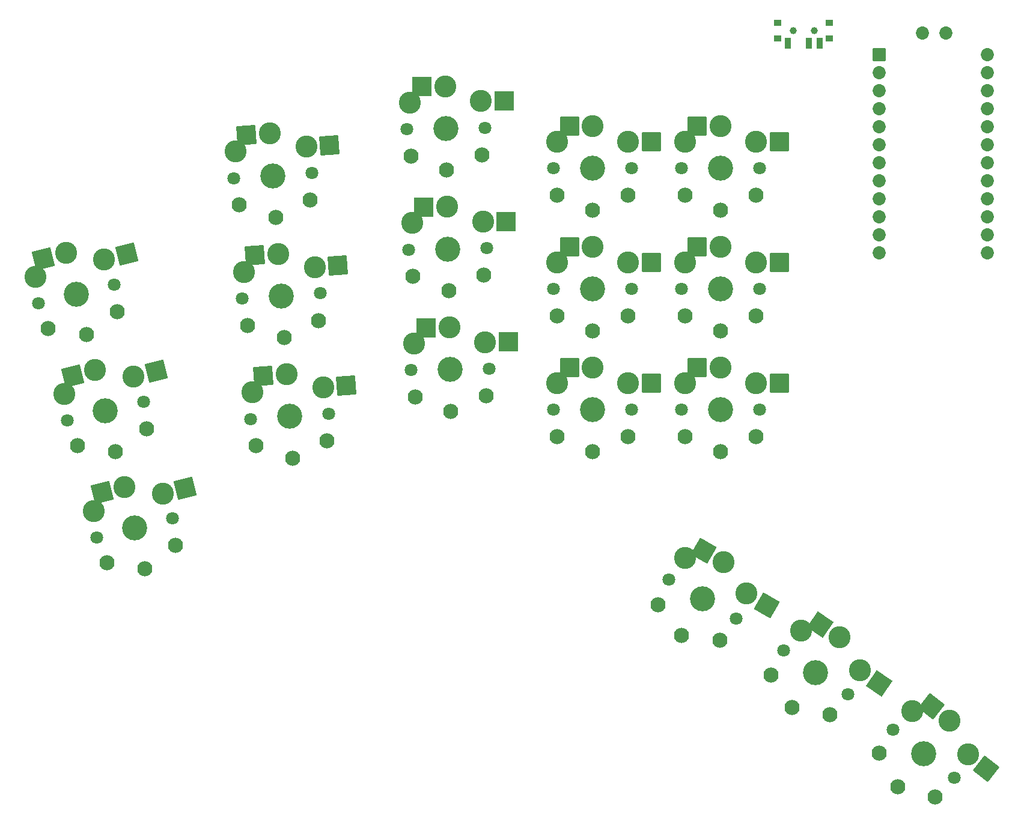
<source format=gbr>
%TF.GenerationSoftware,KiCad,Pcbnew,(6.0.5)*%
%TF.CreationDate,2022-05-07T21:13:44-04:00*%
%TF.ProjectId,main,6d61696e-2e6b-4696-9361-645f70636258,VERSION_HERE*%
%TF.SameCoordinates,Original*%
%TF.FileFunction,Soldermask,Bot*%
%TF.FilePolarity,Negative*%
%FSLAX46Y46*%
G04 Gerber Fmt 4.6, Leading zero omitted, Abs format (unit mm)*
G04 Created by KiCad (PCBNEW (6.0.5)) date 2022-05-07 21:13:44*
%MOMM*%
%LPD*%
G01*
G04 APERTURE LIST*
G04 Aperture macros list*
%AMRoundRect*
0 Rectangle with rounded corners*
0 $1 Rounding radius*
0 $2 $3 $4 $5 $6 $7 $8 $9 X,Y pos of 4 corners*
0 Add a 4 corners polygon primitive as box body*
4,1,4,$2,$3,$4,$5,$6,$7,$8,$9,$2,$3,0*
0 Add four circle primitives for the rounded corners*
1,1,$1+$1,$2,$3*
1,1,$1+$1,$4,$5*
1,1,$1+$1,$6,$7*
1,1,$1+$1,$8,$9*
0 Add four rect primitives between the rounded corners*
20,1,$1+$1,$2,$3,$4,$5,0*
20,1,$1+$1,$4,$5,$6,$7,0*
20,1,$1+$1,$6,$7,$8,$9,0*
20,1,$1+$1,$8,$9,$2,$3,0*%
G04 Aperture macros list end*
%ADD10C,3.100000*%
%ADD11RoundRect,0.050000X-0.946886X-1.575883X1.575883X-0.946886X0.946886X1.575883X-1.575883X0.946886X0*%
%ADD12C,1.801800*%
%ADD13C,3.529000*%
%ADD14C,2.132000*%
%ADD15RoundRect,0.050000X-1.206150X-1.387517X1.387517X-1.206150X1.206150X1.387517X-1.387517X1.206150X0*%
%ADD16RoundRect,0.050000X-1.277114X-1.322490X1.322490X-1.277114X1.277114X1.322490X-1.322490X1.277114X0*%
%ADD17RoundRect,0.050000X-1.300000X-1.300000X1.300000X-1.300000X1.300000X1.300000X-1.300000X1.300000X0*%
%ADD18RoundRect,0.050000X-1.775833X-0.475833X0.475833X-1.775833X1.775833X0.475833X-0.475833X1.775833X0*%
%ADD19RoundRect,0.050000X-1.804700X-0.350798X0.350798X-1.804700X1.804700X0.350798X-0.350798X1.804700X0*%
%ADD20RoundRect,0.050000X-1.824774X-0.224054X0.224054X-1.824774X1.824774X0.224054X-0.224054X1.824774X0*%
%ADD21RoundRect,0.050000X-0.876300X0.876300X-0.876300X-0.876300X0.876300X-0.876300X0.876300X0.876300X0*%
%ADD22C,1.852600*%
%ADD23RoundRect,0.050000X0.500000X0.400000X-0.500000X0.400000X-0.500000X-0.400000X0.500000X-0.400000X0*%
%ADD24RoundRect,0.050000X0.350000X0.750000X-0.350000X0.750000X-0.350000X-0.750000X0.350000X-0.750000X0*%
%ADD25C,1.000000*%
G04 APERTURE END LIST*
D10*
%TO.C,S1*%
X156300532Y-164966707D03*
X151981281Y-168310968D03*
D11*
X164861957Y-165099454D03*
X153122813Y-165759002D03*
D10*
X156300532Y-164966707D03*
X161684239Y-165891749D03*
D12*
X152403341Y-172070537D03*
X163076593Y-169409397D03*
D13*
X157739967Y-170739967D03*
%TD*%
D14*
%TO.C,S2*%
X159167306Y-176464712D03*
X163510749Y-173217481D03*
X159167306Y-176464712D03*
X153807792Y-175636700D03*
D12*
X163076593Y-169409397D03*
X152403341Y-172070537D03*
D13*
X157739967Y-170739967D03*
%TD*%
D10*
%TO.C,S3*%
X152187860Y-148471680D03*
X147868609Y-151815941D03*
D11*
X160749285Y-148604427D03*
X149010141Y-149263975D03*
D10*
X152187860Y-148471680D03*
X157571567Y-149396722D03*
D12*
X148290669Y-155575510D03*
X158963921Y-152914370D03*
D13*
X153627295Y-154244940D03*
%TD*%
D14*
%TO.C,S4*%
X155054634Y-159969685D03*
X159398077Y-156722454D03*
X155054634Y-159969685D03*
X149695120Y-159141673D03*
D12*
X158963921Y-152914370D03*
X148290669Y-155575510D03*
D13*
X153627295Y-154244940D03*
%TD*%
D10*
%TO.C,S5*%
X148075187Y-131976652D03*
X143755936Y-135320913D03*
D11*
X156636612Y-132109399D03*
X144897468Y-132768947D03*
D10*
X148075187Y-131976652D03*
X153458894Y-132901694D03*
D12*
X144177996Y-139080482D03*
X154851248Y-136419342D03*
D13*
X149514622Y-137749912D03*
%TD*%
D14*
%TO.C,S6*%
X150941961Y-143474657D03*
X155285404Y-140227426D03*
X150941961Y-143474657D03*
X145582447Y-142646645D03*
D12*
X154851248Y-136419342D03*
X144177996Y-139080482D03*
D13*
X149514622Y-137749912D03*
%TD*%
D10*
%TO.C,S7*%
X179163090Y-149053456D03*
X174328734Y-151596879D03*
D15*
X187571397Y-150670862D03*
X175896068Y-149281908D03*
D10*
X179163090Y-149053456D03*
X184304374Y-150899314D03*
D12*
X174091539Y-155372623D03*
X185064743Y-154605301D03*
D13*
X179578141Y-154988962D03*
%TD*%
D14*
%TO.C,S8*%
X179989704Y-160874590D03*
X184831036Y-158430923D03*
X179989704Y-160874590D03*
X174855395Y-159128488D03*
D12*
X185064743Y-154605301D03*
X174091539Y-155372623D03*
D13*
X179578141Y-154988962D03*
%TD*%
D10*
%TO.C,S9*%
X177977230Y-132094868D03*
X173142874Y-134638291D03*
D15*
X186385537Y-133712274D03*
X174710208Y-132323320D03*
D10*
X177977230Y-132094868D03*
X183118514Y-133940726D03*
D12*
X172905679Y-138414035D03*
X183878883Y-137646713D03*
D13*
X178392281Y-138030374D03*
%TD*%
D14*
%TO.C,S10*%
X178803844Y-143916002D03*
X183645176Y-141472335D03*
X178803844Y-143916002D03*
X173669535Y-142169900D03*
D12*
X183878883Y-137646713D03*
X172905679Y-138414035D03*
D13*
X178392281Y-138030374D03*
%TD*%
D10*
%TO.C,S11*%
X176791370Y-115136279D03*
X171957014Y-117679702D03*
D15*
X185199677Y-116753685D03*
X173524348Y-115364731D03*
D10*
X176791370Y-115136279D03*
X181932654Y-116982137D03*
D12*
X171719819Y-121455446D03*
X182693023Y-120688124D03*
D13*
X177206421Y-121071785D03*
%TD*%
D14*
%TO.C,S12*%
X177617984Y-126957413D03*
X182459316Y-124513746D03*
X177617984Y-126957413D03*
X172483675Y-125211311D03*
D12*
X182693023Y-120688124D03*
X171719819Y-121455446D03*
D13*
X177206421Y-121071785D03*
%TD*%
D10*
%TO.C,S13*%
X202069490Y-142447649D03*
X197108647Y-144734576D03*
D16*
X210381625Y-144502895D03*
X198794989Y-142504806D03*
D10*
X202069490Y-142447649D03*
X207107124Y-144560052D03*
D12*
X196674170Y-148492731D03*
X207672494Y-148300755D03*
D13*
X202173332Y-148396743D03*
%TD*%
D14*
%TO.C,S14*%
X202276301Y-154295844D03*
X207238890Y-152108902D03*
X202276301Y-154295844D03*
X197240413Y-152283426D03*
D12*
X207672494Y-148300755D03*
X196674170Y-148492731D03*
D13*
X202173332Y-148396743D03*
%TD*%
D10*
%TO.C,S15*%
X201772799Y-125450238D03*
X196811956Y-127737165D03*
D16*
X210084934Y-127505484D03*
X198498298Y-125507395D03*
D10*
X201772799Y-125450238D03*
X206810433Y-127562641D03*
D12*
X196377479Y-131495320D03*
X207375803Y-131303344D03*
D13*
X201876641Y-131399332D03*
%TD*%
D14*
%TO.C,S16*%
X201979610Y-137298433D03*
X206942199Y-135111491D03*
X201979610Y-137298433D03*
X196943722Y-135286015D03*
D12*
X207375803Y-131303344D03*
X196377479Y-131495320D03*
D13*
X201876641Y-131399332D03*
%TD*%
D10*
%TO.C,S17*%
X201476108Y-108452828D03*
X196515265Y-110739755D03*
D16*
X209788243Y-110508074D03*
X198201607Y-108509985D03*
D10*
X201476108Y-108452828D03*
X206513742Y-110565231D03*
D12*
X196080788Y-114497910D03*
X207079112Y-114305934D03*
D13*
X201579950Y-114401922D03*
%TD*%
D14*
%TO.C,S18*%
X201682919Y-120301023D03*
X206645508Y-118114081D03*
X201682919Y-120301023D03*
X196647031Y-118288605D03*
D12*
X207079112Y-114305934D03*
X196080788Y-114497910D03*
D13*
X201579950Y-114401922D03*
%TD*%
D10*
%TO.C,S19*%
X222275000Y-148096781D03*
X217275000Y-150296781D03*
D17*
X230550000Y-150296781D03*
X219000000Y-148096781D03*
D10*
X222275000Y-148096781D03*
X227275000Y-150296781D03*
D12*
X216775000Y-154046781D03*
X227775000Y-154046781D03*
D13*
X222275000Y-154046781D03*
%TD*%
D14*
%TO.C,S20*%
X222275000Y-159946781D03*
X227275000Y-157846781D03*
X222275000Y-159946781D03*
X217275000Y-157846781D03*
D12*
X227775000Y-154046781D03*
X216775000Y-154046781D03*
D13*
X222275000Y-154046781D03*
%TD*%
D10*
%TO.C,S21*%
X222275000Y-131096781D03*
X217275000Y-133296781D03*
D17*
X230550000Y-133296781D03*
X219000000Y-131096781D03*
D10*
X222275000Y-131096781D03*
X227275000Y-133296781D03*
D12*
X216775000Y-137046781D03*
X227775000Y-137046781D03*
D13*
X222275000Y-137046781D03*
%TD*%
D14*
%TO.C,S22*%
X222275000Y-142946781D03*
X227275000Y-140846781D03*
X222275000Y-142946781D03*
X217275000Y-140846781D03*
D12*
X227775000Y-137046781D03*
X216775000Y-137046781D03*
D13*
X222275000Y-137046781D03*
%TD*%
D10*
%TO.C,S23*%
X222275000Y-114096781D03*
X217275000Y-116296781D03*
D17*
X230550000Y-116296781D03*
X219000000Y-114096781D03*
D10*
X222275000Y-114096781D03*
X227275000Y-116296781D03*
D12*
X216775000Y-120046781D03*
X227775000Y-120046781D03*
D13*
X222275000Y-120046781D03*
%TD*%
D14*
%TO.C,S24*%
X222275000Y-125946781D03*
X227275000Y-123846781D03*
X222275000Y-125946781D03*
X217275000Y-123846781D03*
D12*
X227775000Y-120046781D03*
X216775000Y-120046781D03*
D13*
X222275000Y-120046781D03*
%TD*%
D10*
%TO.C,S25*%
X240275000Y-148096781D03*
X235275000Y-150296781D03*
D17*
X248550000Y-150296781D03*
X237000000Y-148096781D03*
D10*
X240275000Y-148096781D03*
X245275000Y-150296781D03*
D12*
X234775000Y-154046781D03*
X245775000Y-154046781D03*
D13*
X240275000Y-154046781D03*
%TD*%
D14*
%TO.C,S26*%
X240275000Y-159946781D03*
X245275000Y-157846781D03*
X240275000Y-159946781D03*
X235275000Y-157846781D03*
D12*
X245775000Y-154046781D03*
X234775000Y-154046781D03*
D13*
X240275000Y-154046781D03*
%TD*%
D10*
%TO.C,S27*%
X240275000Y-131096781D03*
X235275000Y-133296781D03*
D17*
X248550000Y-133296781D03*
X237000000Y-131096781D03*
D10*
X240275000Y-131096781D03*
X245275000Y-133296781D03*
D12*
X234775000Y-137046781D03*
X245775000Y-137046781D03*
D13*
X240275000Y-137046781D03*
%TD*%
D14*
%TO.C,S28*%
X240275000Y-142946781D03*
X245275000Y-140846781D03*
X240275000Y-142946781D03*
X235275000Y-140846781D03*
D12*
X245775000Y-137046781D03*
X234775000Y-137046781D03*
D13*
X240275000Y-137046781D03*
%TD*%
D10*
%TO.C,S29*%
X240275000Y-114096781D03*
X235275000Y-116296781D03*
D17*
X248550000Y-116296781D03*
X237000000Y-114096781D03*
D10*
X240275000Y-114096781D03*
X245275000Y-116296781D03*
D12*
X234775000Y-120046781D03*
X245775000Y-120046781D03*
D13*
X240275000Y-120046781D03*
%TD*%
D14*
%TO.C,S30*%
X240275000Y-125946781D03*
X245275000Y-123846781D03*
X240275000Y-125946781D03*
X235275000Y-123846781D03*
D12*
X245775000Y-120046781D03*
X234775000Y-120046781D03*
D13*
X240275000Y-120046781D03*
%TD*%
D10*
%TO.C,S31*%
X240714967Y-175587116D03*
X235284840Y-174992372D03*
D18*
X246781327Y-181629872D03*
X237878734Y-173949616D03*
D10*
X240714967Y-175587116D03*
X243945094Y-179992372D03*
D12*
X232976827Y-177989967D03*
X242503107Y-183489967D03*
D13*
X237739967Y-180739967D03*
%TD*%
D14*
%TO.C,S32*%
X234789967Y-185849517D03*
X240170094Y-186530864D03*
X234789967Y-185849517D03*
X231509840Y-181530864D03*
D12*
X242503107Y-183489967D03*
X232976827Y-177989967D03*
D13*
X237739967Y-180739967D03*
%TD*%
D10*
%TO.C,S33*%
X257021648Y-186173218D03*
X251646236Y-185201137D03*
D19*
X262651709Y-192624422D03*
X254306550Y-184341862D03*
D10*
X257021648Y-186173218D03*
X259936611Y-190793066D03*
D12*
X249134743Y-188030431D03*
X258254157Y-194181553D03*
D13*
X253694450Y-191105992D03*
%TD*%
D14*
%TO.C,S34*%
X250395212Y-195997314D03*
X255714705Y-197052299D03*
X250395212Y-195997314D03*
X247424329Y-191460370D03*
D12*
X258254157Y-194181553D03*
X249134743Y-188030431D03*
D13*
X253694450Y-191105992D03*
%TD*%
D10*
%TO.C,S35*%
X272550157Y-197871031D03*
X267255648Y-196526347D03*
D20*
X277716491Y-204699253D03*
X269969422Y-195854740D03*
D10*
X272550157Y-197871031D03*
X275135755Y-202682962D03*
D12*
X264552912Y-199173557D03*
X273221030Y-205945833D03*
D13*
X268886971Y-202559695D03*
%TD*%
D14*
%TO.C,S36*%
X265254568Y-207208958D03*
X270487511Y-208632443D03*
X265254568Y-207208958D03*
X262607404Y-202475828D03*
D12*
X273221030Y-205945833D03*
X264552912Y-199173557D03*
D13*
X268886971Y-202559695D03*
%TD*%
D21*
%TO.C,MCU1*%
X262619967Y-104019967D03*
D22*
X262619967Y-106559967D03*
X262619967Y-109099967D03*
X262619967Y-111639967D03*
X262619967Y-114179967D03*
X262619967Y-116719967D03*
X262619967Y-119259967D03*
X262619967Y-121799967D03*
X262619967Y-124339967D03*
X262619967Y-126879967D03*
X262619967Y-129419967D03*
X262619967Y-131959967D03*
X277859967Y-104019967D03*
X277859967Y-106559967D03*
X277859967Y-109099967D03*
X277859967Y-111639967D03*
X277859967Y-114179967D03*
X277859967Y-116719967D03*
X277859967Y-119259967D03*
X277859967Y-121799967D03*
X277859967Y-124339967D03*
X277859967Y-126879967D03*
X277859967Y-129419967D03*
X277859967Y-131959967D03*
%TD*%
%TO.C,*%
X272000000Y-101000000D03*
X268760000Y-101000000D03*
%TD*%
D23*
%TO.C,*%
X248339967Y-101744967D03*
X255639967Y-101744967D03*
X255639967Y-99534967D03*
X248339967Y-99534967D03*
D24*
X254239967Y-102394967D03*
X252739967Y-102394967D03*
X249739967Y-102394967D03*
D25*
X250489967Y-100634967D03*
X253489967Y-100634967D03*
X250489967Y-100634967D03*
X253489967Y-100634967D03*
%TD*%
M02*

</source>
